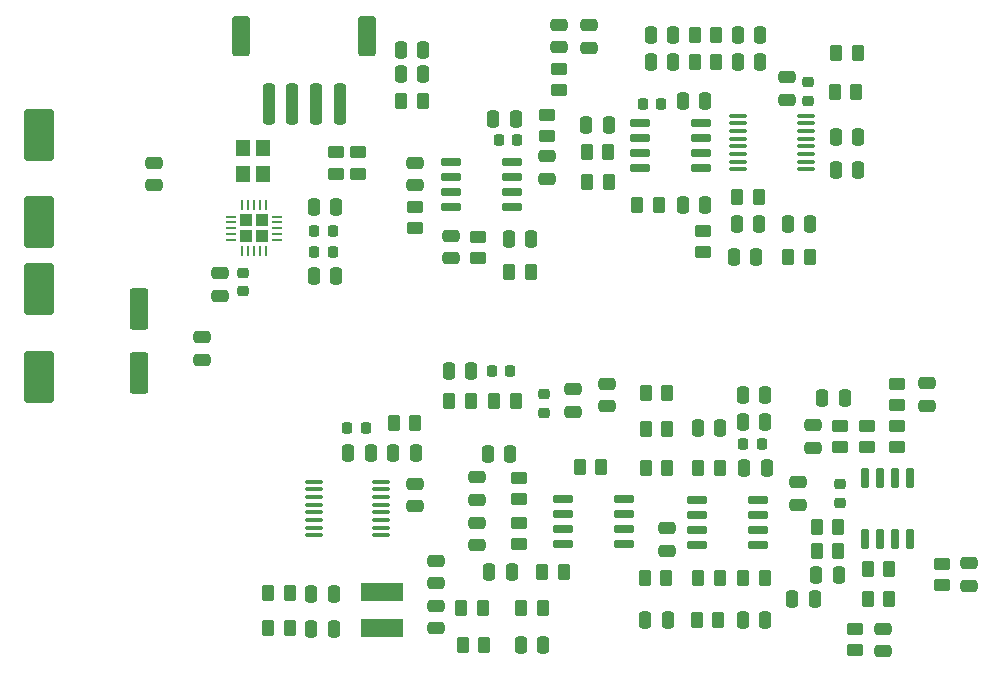
<source format=gbr>
%TF.GenerationSoftware,KiCad,Pcbnew,7.0.7*%
%TF.CreationDate,2023-12-04T17:07:47+01:00*%
%TF.ProjectId,sdrt41,73647274-3431-42e6-9b69-6361645f7063,rev?*%
%TF.SameCoordinates,Original*%
%TF.FileFunction,Paste,Top*%
%TF.FilePolarity,Positive*%
%FSLAX46Y46*%
G04 Gerber Fmt 4.6, Leading zero omitted, Abs format (unit mm)*
G04 Created by KiCad (PCBNEW 7.0.7) date 2023-12-04 17:07:47*
%MOMM*%
%LPD*%
G01*
G04 APERTURE LIST*
G04 Aperture macros list*
%AMRoundRect*
0 Rectangle with rounded corners*
0 $1 Rounding radius*
0 $2 $3 $4 $5 $6 $7 $8 $9 X,Y pos of 4 corners*
0 Add a 4 corners polygon primitive as box body*
4,1,4,$2,$3,$4,$5,$6,$7,$8,$9,$2,$3,0*
0 Add four circle primitives for the rounded corners*
1,1,$1+$1,$2,$3*
1,1,$1+$1,$4,$5*
1,1,$1+$1,$6,$7*
1,1,$1+$1,$8,$9*
0 Add four rect primitives between the rounded corners*
20,1,$1+$1,$2,$3,$4,$5,0*
20,1,$1+$1,$4,$5,$6,$7,0*
20,1,$1+$1,$6,$7,$8,$9,0*
20,1,$1+$1,$8,$9,$2,$3,0*%
G04 Aperture macros list end*
%ADD10RoundRect,0.250000X-0.475000X0.250000X-0.475000X-0.250000X0.475000X-0.250000X0.475000X0.250000X0*%
%ADD11RoundRect,0.250000X-0.250000X-0.475000X0.250000X-0.475000X0.250000X0.475000X-0.250000X0.475000X0*%
%ADD12RoundRect,0.250000X-0.262500X-0.450000X0.262500X-0.450000X0.262500X0.450000X-0.262500X0.450000X0*%
%ADD13RoundRect,0.250000X0.262500X0.450000X-0.262500X0.450000X-0.262500X-0.450000X0.262500X-0.450000X0*%
%ADD14RoundRect,0.100000X-0.637500X-0.100000X0.637500X-0.100000X0.637500X0.100000X-0.637500X0.100000X0*%
%ADD15RoundRect,0.250000X0.250000X0.475000X-0.250000X0.475000X-0.250000X-0.475000X0.250000X-0.475000X0*%
%ADD16RoundRect,0.250000X0.250000X1.500000X-0.250000X1.500000X-0.250000X-1.500000X0.250000X-1.500000X0*%
%ADD17RoundRect,0.250001X0.499999X1.449999X-0.499999X1.449999X-0.499999X-1.449999X0.499999X-1.449999X0*%
%ADD18RoundRect,0.250000X-0.450000X0.262500X-0.450000X-0.262500X0.450000X-0.262500X0.450000X0.262500X0*%
%ADD19R,3.600000X1.500000*%
%ADD20RoundRect,0.250000X0.475000X-0.250000X0.475000X0.250000X-0.475000X0.250000X-0.475000X-0.250000X0*%
%ADD21RoundRect,0.218750X-0.218750X-0.256250X0.218750X-0.256250X0.218750X0.256250X-0.218750X0.256250X0*%
%ADD22RoundRect,0.218750X0.218750X0.256250X-0.218750X0.256250X-0.218750X-0.256250X0.218750X-0.256250X0*%
%ADD23RoundRect,0.250000X0.450000X-0.262500X0.450000X0.262500X-0.450000X0.262500X-0.450000X-0.262500X0*%
%ADD24RoundRect,0.250000X-0.550000X1.500000X-0.550000X-1.500000X0.550000X-1.500000X0.550000X1.500000X0*%
%ADD25RoundRect,0.218750X-0.256250X0.218750X-0.256250X-0.218750X0.256250X-0.218750X0.256250X0.218750X0*%
%ADD26RoundRect,0.250000X-1.000000X1.950000X-1.000000X-1.950000X1.000000X-1.950000X1.000000X1.950000X0*%
%ADD27RoundRect,0.150000X0.150000X-0.725000X0.150000X0.725000X-0.150000X0.725000X-0.150000X-0.725000X0*%
%ADD28RoundRect,0.150000X-0.725000X-0.150000X0.725000X-0.150000X0.725000X0.150000X-0.725000X0.150000X0*%
%ADD29RoundRect,0.150000X0.725000X0.150000X-0.725000X0.150000X-0.725000X-0.150000X0.725000X-0.150000X0*%
%ADD30RoundRect,0.218750X0.256250X-0.218750X0.256250X0.218750X-0.256250X0.218750X-0.256250X-0.218750X0*%
%ADD31RoundRect,0.250000X-0.295000X0.295000X-0.295000X-0.295000X0.295000X-0.295000X0.295000X0.295000X0*%
%ADD32RoundRect,0.062500X-0.062500X0.337500X-0.062500X-0.337500X0.062500X-0.337500X0.062500X0.337500X0*%
%ADD33RoundRect,0.062500X-0.337500X0.062500X-0.337500X-0.062500X0.337500X-0.062500X0.337500X0.062500X0*%
%ADD34R,1.200000X1.400000*%
G04 APERTURE END LIST*
D10*
%TO.C,C35*%
X183342200Y-115534400D03*
X183342200Y-117434400D03*
%TD*%
D11*
%TO.C,C49*%
X156446200Y-73050400D03*
X158346200Y-73050400D03*
%TD*%
%TO.C,C43*%
X143083700Y-77876400D03*
X144983700Y-77876400D03*
%TD*%
D12*
%TO.C,R13*%
X139376700Y-101752400D03*
X141201700Y-101752400D03*
%TD*%
D11*
%TO.C,C9*%
X164226200Y-101244400D03*
X166126200Y-101244400D03*
%TD*%
D12*
%TO.C,R44*%
X160143200Y-73050400D03*
X161968200Y-73050400D03*
%TD*%
D13*
%TO.C,R29*%
X172316700Y-114452400D03*
X170491700Y-114452400D03*
%TD*%
D14*
%TO.C,U10*%
X163837700Y-77633400D03*
X163837700Y-78283400D03*
X163837700Y-78933400D03*
X163837700Y-79583400D03*
X163837700Y-80233400D03*
X163837700Y-80883400D03*
X163837700Y-81533400D03*
X163837700Y-82183400D03*
X169562700Y-82183400D03*
X169562700Y-81533400D03*
X169562700Y-80883400D03*
X169562700Y-80233400D03*
X169562700Y-79583400D03*
X169562700Y-78933400D03*
X169562700Y-78283400D03*
X169562700Y-77633400D03*
%TD*%
D13*
%TO.C,R38*%
X157095200Y-85215400D03*
X155270200Y-85215400D03*
%TD*%
D15*
%TO.C,C53*%
X165712200Y-73050400D03*
X163812200Y-73050400D03*
%TD*%
D13*
%TO.C,R12*%
X142344700Y-122453400D03*
X140519700Y-122453400D03*
%TD*%
D15*
%TO.C,C7*%
X129601000Y-118097200D03*
X127701000Y-118097200D03*
%TD*%
D11*
%TO.C,C8*%
X130830200Y-106197400D03*
X132730200Y-106197400D03*
%TD*%
D16*
%TO.C,J3*%
X130076200Y-76662400D03*
X128076200Y-76662400D03*
X126076200Y-76662400D03*
X124076200Y-76662400D03*
D17*
X132426200Y-70912400D03*
X121726200Y-70912400D03*
%TD*%
D18*
%TO.C,R9*%
X131654648Y-80721511D03*
X131654648Y-82546511D03*
%TD*%
D15*
%TO.C,C40*%
X137170200Y-72034400D03*
X135270200Y-72034400D03*
%TD*%
D11*
%TO.C,C18*%
X164226200Y-103530400D03*
X166126200Y-103530400D03*
%TD*%
%TO.C,C27*%
X160421200Y-104038400D03*
X162321200Y-104038400D03*
%TD*%
D19*
%TO.C,L3*%
X133654800Y-117956600D03*
X133654800Y-121006600D03*
%TD*%
D20*
%TO.C,C61*%
X119964200Y-92857400D03*
X119964200Y-90957400D03*
%TD*%
D21*
%TO.C,L4*%
X164261700Y-105435400D03*
X165836700Y-105435400D03*
%TD*%
D10*
%TO.C,C13*%
X136479200Y-108803400D03*
X136479200Y-110703400D03*
%TD*%
D12*
%TO.C,R37*%
X151055700Y-83210400D03*
X152880700Y-83210400D03*
%TD*%
D15*
%TO.C,C19*%
X144541200Y-106258400D03*
X142641200Y-106258400D03*
%TD*%
D22*
%TO.C,L12*%
X129514700Y-89179400D03*
X127939700Y-89179400D03*
%TD*%
D10*
%TO.C,C24*%
X152730200Y-100343400D03*
X152730200Y-102243400D03*
%TD*%
D11*
%TO.C,C55*%
X163718200Y-86766400D03*
X165618200Y-86766400D03*
%TD*%
%TO.C,C50*%
X144414200Y-88036400D03*
X146314200Y-88036400D03*
%TD*%
D12*
%TO.C,R28*%
X170491700Y-112420400D03*
X172316700Y-112420400D03*
%TD*%
D13*
%TO.C,R16*%
X157735200Y-116738400D03*
X155910200Y-116738400D03*
%TD*%
D12*
%TO.C,R2*%
X124032000Y-121009200D03*
X125857000Y-121009200D03*
%TD*%
%TO.C,R47*%
X172137700Y-72288400D03*
X173962700Y-72288400D03*
%TD*%
D10*
%TO.C,C41*%
X136474200Y-81601900D03*
X136474200Y-83501900D03*
%TD*%
D23*
%TO.C,R23*%
X173690200Y-122881400D03*
X173690200Y-121056400D03*
%TD*%
D13*
%TO.C,R18*%
X162283700Y-107467400D03*
X160458700Y-107467400D03*
%TD*%
D12*
%TO.C,R45*%
X163755700Y-84480400D03*
X165580700Y-84480400D03*
%TD*%
D15*
%TO.C,C6*%
X129601000Y-121107200D03*
X127701000Y-121107200D03*
%TD*%
D18*
%TO.C,R36*%
X147650200Y-77537900D03*
X147650200Y-79362900D03*
%TD*%
D11*
%TO.C,C21*%
X145435200Y-122453400D03*
X147335200Y-122453400D03*
%TD*%
D10*
%TO.C,C56*%
X167970200Y-74386400D03*
X167970200Y-76286400D03*
%TD*%
D20*
%TO.C,C4*%
X114376200Y-83525400D03*
X114376200Y-81625400D03*
%TD*%
D24*
%TO.C,C3*%
X113106200Y-93972400D03*
X113106200Y-99372400D03*
%TD*%
D25*
%TO.C,L6*%
X172420200Y-108838900D03*
X172420200Y-110413900D03*
%TD*%
D18*
%TO.C,R35*%
X136474200Y-85345900D03*
X136474200Y-87170900D03*
%TD*%
D10*
%TO.C,C39*%
X148666200Y-69917900D03*
X148666200Y-71817900D03*
%TD*%
D13*
%TO.C,R7*%
X149075700Y-116230400D03*
X147250700Y-116230400D03*
%TD*%
D11*
%TO.C,C51*%
X163464200Y-89560400D03*
X165364200Y-89560400D03*
%TD*%
D25*
%TO.C,L2*%
X147401200Y-101218900D03*
X147401200Y-102793900D03*
%TD*%
D11*
%TO.C,C38*%
X135270200Y-74066400D03*
X137170200Y-74066400D03*
%TD*%
D22*
%TO.C,L5*%
X144533700Y-99218400D03*
X142958700Y-99218400D03*
%TD*%
D10*
%TO.C,C11*%
X141686200Y-112105400D03*
X141686200Y-114005400D03*
%TD*%
D23*
%TO.C,R5*%
X145242200Y-110091900D03*
X145242200Y-108266900D03*
%TD*%
D20*
%TO.C,C36*%
X170134200Y-105750400D03*
X170134200Y-103850400D03*
%TD*%
D13*
%TO.C,R21*%
X166093700Y-116738400D03*
X164268700Y-116738400D03*
%TD*%
D26*
%TO.C,C1*%
X104597200Y-79256400D03*
X104597200Y-86656400D03*
%TD*%
D11*
%TO.C,C31*%
X170962200Y-101498400D03*
X172862200Y-101498400D03*
%TD*%
D12*
%TO.C,R19*%
X156013700Y-104165400D03*
X157838700Y-104165400D03*
%TD*%
%TO.C,R22*%
X156013700Y-101117400D03*
X157838700Y-101117400D03*
%TD*%
%TO.C,R1*%
X124032000Y-118059200D03*
X125857000Y-118059200D03*
%TD*%
%TO.C,R17*%
X160331700Y-120294400D03*
X162156700Y-120294400D03*
%TD*%
D11*
%TO.C,C15*%
X142768200Y-116291400D03*
X144668200Y-116291400D03*
%TD*%
D20*
%TO.C,C20*%
X138231800Y-121041200D03*
X138231800Y-119141200D03*
%TD*%
D22*
%TO.C,L10*%
X129514700Y-87401400D03*
X127939700Y-87401400D03*
%TD*%
D27*
%TO.C,U7*%
X174579200Y-113471400D03*
X175849200Y-113471400D03*
X177119200Y-113471400D03*
X178389200Y-113471400D03*
X178389200Y-108321400D03*
X177119200Y-108321400D03*
X175849200Y-108321400D03*
X174579200Y-108321400D03*
%TD*%
D23*
%TO.C,R26*%
X177246200Y-105712900D03*
X177246200Y-103887900D03*
%TD*%
D20*
%TO.C,C46*%
X139522200Y-89710900D03*
X139522200Y-87810900D03*
%TD*%
D14*
%TO.C,U3*%
X127901700Y-108621400D03*
X127901700Y-109271400D03*
X127901700Y-109921400D03*
X127901700Y-110571400D03*
X127901700Y-111221400D03*
X127901700Y-111871400D03*
X127901700Y-112521400D03*
X127901700Y-113171400D03*
X133626700Y-113171400D03*
X133626700Y-112521400D03*
X133626700Y-111871400D03*
X133626700Y-111221400D03*
X133626700Y-110571400D03*
X133626700Y-109921400D03*
X133626700Y-109271400D03*
X133626700Y-108621400D03*
%TD*%
D28*
%TO.C,U9*%
X155489200Y-78257400D03*
X155489200Y-79527400D03*
X155489200Y-80797400D03*
X155489200Y-82067400D03*
X160639200Y-82067400D03*
X160639200Y-80797400D03*
X160639200Y-79527400D03*
X160639200Y-78257400D03*
%TD*%
D18*
%TO.C,R32*%
X172420200Y-103887900D03*
X172420200Y-105712900D03*
%TD*%
D13*
%TO.C,R25*%
X176634700Y-118516400D03*
X174809700Y-118516400D03*
%TD*%
%TO.C,R41*%
X152814700Y-80670400D03*
X150989700Y-80670400D03*
%TD*%
D12*
%TO.C,R34*%
X135307700Y-76352400D03*
X137132700Y-76352400D03*
%TD*%
D15*
%TO.C,C54*%
X169936200Y-86766400D03*
X168036200Y-86766400D03*
%TD*%
D12*
%TO.C,R39*%
X144451700Y-90830400D03*
X146276700Y-90830400D03*
%TD*%
D25*
%TO.C,L9*%
X169748200Y-74802900D03*
X169748200Y-76377900D03*
%TD*%
D28*
%TO.C,U8*%
X139487200Y-81559400D03*
X139487200Y-82829400D03*
X139487200Y-84099400D03*
X139487200Y-85369400D03*
X144637200Y-85369400D03*
X144637200Y-84099400D03*
X144637200Y-82829400D03*
X144637200Y-81559400D03*
%TD*%
D20*
%TO.C,C33*%
X176098200Y-122956400D03*
X176098200Y-121056400D03*
%TD*%
D10*
%TO.C,C32*%
X179786200Y-100294400D03*
X179786200Y-102194400D03*
%TD*%
D13*
%TO.C,R6*%
X142217700Y-119278400D03*
X140392700Y-119278400D03*
%TD*%
%TO.C,R20*%
X162283700Y-116738400D03*
X160458700Y-116738400D03*
%TD*%
D12*
%TO.C,R43*%
X160143200Y-70764400D03*
X161968200Y-70764400D03*
%TD*%
D21*
%TO.C,L8*%
X155752700Y-76606400D03*
X157327700Y-76606400D03*
%TD*%
D18*
%TO.C,R42*%
X160858200Y-87377900D03*
X160858200Y-89202900D03*
%TD*%
D20*
%TO.C,C37*%
X151206200Y-71864900D03*
X151206200Y-69964900D03*
%TD*%
D10*
%TO.C,C42*%
X147650200Y-81056400D03*
X147650200Y-82956400D03*
%TD*%
D15*
%TO.C,C52*%
X165712200Y-70764400D03*
X163812200Y-70764400D03*
%TD*%
D10*
%TO.C,C12*%
X141686200Y-108229400D03*
X141686200Y-110129400D03*
%TD*%
D23*
%TO.C,R40*%
X141808200Y-89710900D03*
X141808200Y-87885900D03*
%TD*%
D11*
%TO.C,C29*%
X168422200Y-118516400D03*
X170322200Y-118516400D03*
%TD*%
%TO.C,C44*%
X150952200Y-78384400D03*
X152852200Y-78384400D03*
%TD*%
%TO.C,C23*%
X155976200Y-120294400D03*
X157876200Y-120294400D03*
%TD*%
D20*
%TO.C,C14*%
X138277600Y-117195600D03*
X138277600Y-115295600D03*
%TD*%
D11*
%TO.C,C58*%
X172100200Y-82194400D03*
X174000200Y-82194400D03*
%TD*%
D28*
%TO.C,U6*%
X160320200Y-110134400D03*
X160320200Y-111404400D03*
X160320200Y-112674400D03*
X160320200Y-113944400D03*
X165470200Y-113944400D03*
X165470200Y-112674400D03*
X165470200Y-111404400D03*
X165470200Y-110134400D03*
%TD*%
D13*
%TO.C,R4*%
X136502700Y-103657400D03*
X134677700Y-103657400D03*
%TD*%
D10*
%TO.C,C10*%
X149814200Y-100802400D03*
X149814200Y-102702400D03*
%TD*%
D18*
%TO.C,R31*%
X181056200Y-115571900D03*
X181056200Y-117396900D03*
%TD*%
D20*
%TO.C,C5*%
X118389400Y-98282800D03*
X118389400Y-96382800D03*
%TD*%
D15*
%TO.C,C59*%
X129804200Y-85369400D03*
X127904200Y-85369400D03*
%TD*%
D23*
%TO.C,R3*%
X145242200Y-113901900D03*
X145242200Y-112076900D03*
%TD*%
D13*
%TO.C,R15*%
X157838700Y-107467400D03*
X156013700Y-107467400D03*
%TD*%
D21*
%TO.C,L1*%
X130738700Y-104038400D03*
X132313700Y-104038400D03*
%TD*%
D12*
%TO.C,R14*%
X143186700Y-101752400D03*
X145011700Y-101752400D03*
%TD*%
D18*
%TO.C,R24*%
X177246200Y-100331900D03*
X177246200Y-102156900D03*
%TD*%
D10*
%TO.C,C30*%
X168864200Y-108676400D03*
X168864200Y-110576400D03*
%TD*%
D12*
%TO.C,R8*%
X150425700Y-107340400D03*
X152250700Y-107340400D03*
%TD*%
D15*
%TO.C,C26*%
X166131200Y-120294400D03*
X164231200Y-120294400D03*
%TD*%
D29*
%TO.C,U4*%
X154167200Y-113878400D03*
X154167200Y-112608400D03*
X154167200Y-111338400D03*
X154167200Y-110068400D03*
X149017200Y-110068400D03*
X149017200Y-111338400D03*
X149017200Y-112608400D03*
X149017200Y-113878400D03*
%TD*%
D21*
%TO.C,L7*%
X143535200Y-79654400D03*
X145110200Y-79654400D03*
%TD*%
D11*
%TO.C,C48*%
X156446200Y-70764400D03*
X158346200Y-70764400D03*
%TD*%
%TO.C,C34*%
X170454200Y-116484400D03*
X172354200Y-116484400D03*
%TD*%
D15*
%TO.C,C47*%
X161046200Y-76352400D03*
X159146200Y-76352400D03*
%TD*%
D18*
%TO.C,R10*%
X129749648Y-80721511D03*
X129749648Y-82546511D03*
%TD*%
D12*
%TO.C,R46*%
X168073700Y-89560400D03*
X169898700Y-89560400D03*
%TD*%
D30*
%TO.C,L11*%
X121869200Y-92506900D03*
X121869200Y-90931900D03*
%TD*%
D31*
%TO.C,U11*%
X123515200Y-86488400D03*
X122165200Y-86488400D03*
X123515200Y-87838400D03*
X122165200Y-87838400D03*
D32*
X123840200Y-85213400D03*
X123340200Y-85213400D03*
X122840200Y-85213400D03*
X122340200Y-85213400D03*
X121840200Y-85213400D03*
D33*
X120890200Y-86163400D03*
X120890200Y-86663400D03*
X120890200Y-87163400D03*
X120890200Y-87663400D03*
X120890200Y-88163400D03*
D32*
X121840200Y-89113400D03*
X122340200Y-89113400D03*
X122840200Y-89113400D03*
X123340200Y-89113400D03*
X123840200Y-89113400D03*
D33*
X124790200Y-88163400D03*
X124790200Y-87663400D03*
X124790200Y-87163400D03*
X124790200Y-86663400D03*
X124790200Y-86163400D03*
%TD*%
D23*
%TO.C,R30*%
X174706200Y-105712900D03*
X174706200Y-103887900D03*
%TD*%
D12*
%TO.C,R27*%
X174809700Y-115976400D03*
X176634700Y-115976400D03*
%TD*%
D13*
%TO.C,R11*%
X147297700Y-119278400D03*
X145472700Y-119278400D03*
%TD*%
D11*
%TO.C,C17*%
X134640200Y-106197400D03*
X136540200Y-106197400D03*
%TD*%
D18*
%TO.C,R33*%
X148666200Y-73661900D03*
X148666200Y-75486900D03*
%TD*%
D11*
%TO.C,C22*%
X139339200Y-99212400D03*
X141239200Y-99212400D03*
%TD*%
%TO.C,C57*%
X172100200Y-79400400D03*
X174000200Y-79400400D03*
%TD*%
D12*
%TO.C,R48*%
X171987200Y-75590400D03*
X173812200Y-75590400D03*
%TD*%
D20*
%TO.C,C28*%
X157815200Y-114452400D03*
X157815200Y-112552400D03*
%TD*%
D26*
%TO.C,C2*%
X104597200Y-92337400D03*
X104597200Y-99737400D03*
%TD*%
D34*
%TO.C,Y2*%
X123608200Y-82532400D03*
X123608200Y-80332400D03*
X121908200Y-80332400D03*
X121908200Y-82532400D03*
%TD*%
D11*
%TO.C,C45*%
X159146200Y-85215400D03*
X161046200Y-85215400D03*
%TD*%
D15*
%TO.C,C25*%
X166258200Y-107467400D03*
X164358200Y-107467400D03*
%TD*%
%TO.C,C60*%
X129804200Y-91211400D03*
X127904200Y-91211400D03*
%TD*%
M02*

</source>
